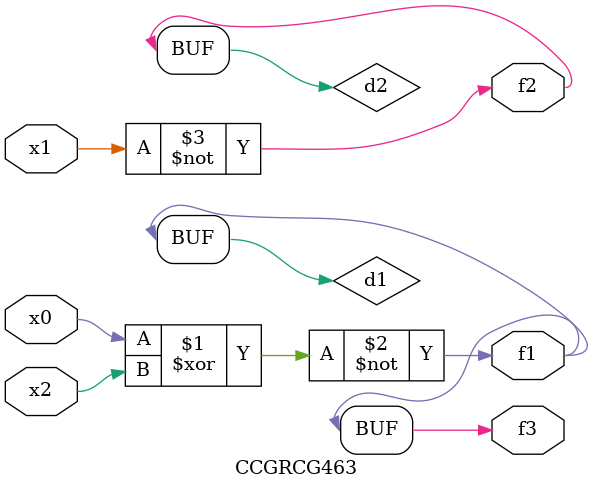
<source format=v>
module CCGRCG463(
	input x0, x1, x2,
	output f1, f2, f3
);

	wire d1, d2, d3;

	xnor (d1, x0, x2);
	nand (d2, x1);
	nor (d3, x1, x2);
	assign f1 = d1;
	assign f2 = d2;
	assign f3 = d1;
endmodule

</source>
